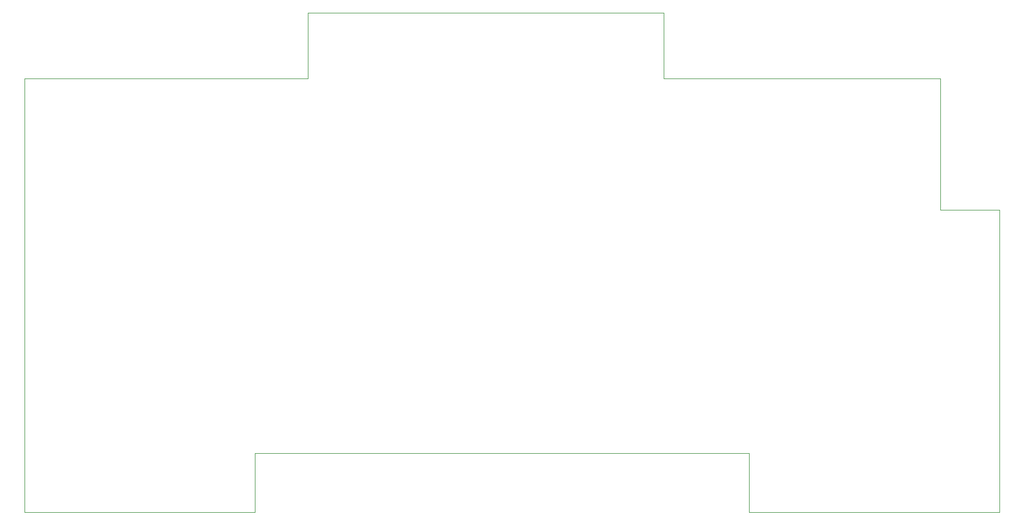
<source format=gbr>
%TF.GenerationSoftware,KiCad,Pcbnew,8.0.1*%
%TF.CreationDate,2024-04-10T11:02:20-04:00*%
%TF.ProjectId,Baja Dashboard Schematic Part 2,42616a61-2044-4617-9368-626f61726420,rev?*%
%TF.SameCoordinates,Original*%
%TF.FileFunction,Profile,NP*%
%FSLAX46Y46*%
G04 Gerber Fmt 4.6, Leading zero omitted, Abs format (unit mm)*
G04 Created by KiCad (PCBNEW 8.0.1) date 2024-04-10 11:02:20*
%MOMM*%
%LPD*%
G01*
G04 APERTURE LIST*
%TA.AperFunction,Profile*%
%ADD10C,0.050000*%
%TD*%
G04 APERTURE END LIST*
D10*
X218000000Y-97000000D02*
X218000000Y-77000000D01*
X114000000Y-143000000D02*
X114000000Y-134000000D01*
X227000000Y-143000000D02*
X227000000Y-97000000D01*
X218000000Y-77000000D02*
X176000000Y-77000000D01*
X114000000Y-134000000D02*
X189000000Y-134000000D01*
X176000000Y-77000000D02*
X176000000Y-67000000D01*
X122000000Y-77000000D02*
X79000000Y-77000000D01*
X189000000Y-143000000D02*
X227000000Y-143000000D01*
X79000000Y-143000000D02*
X114000000Y-143000000D01*
X227000000Y-97000000D02*
X218000000Y-97000000D01*
X122000000Y-67000000D02*
X122000000Y-77000000D01*
X189000000Y-134000000D02*
X189000000Y-143000000D01*
X176000000Y-67000000D02*
X122000000Y-67000000D01*
X79000000Y-77000000D02*
X79000000Y-143000000D01*
M02*

</source>
